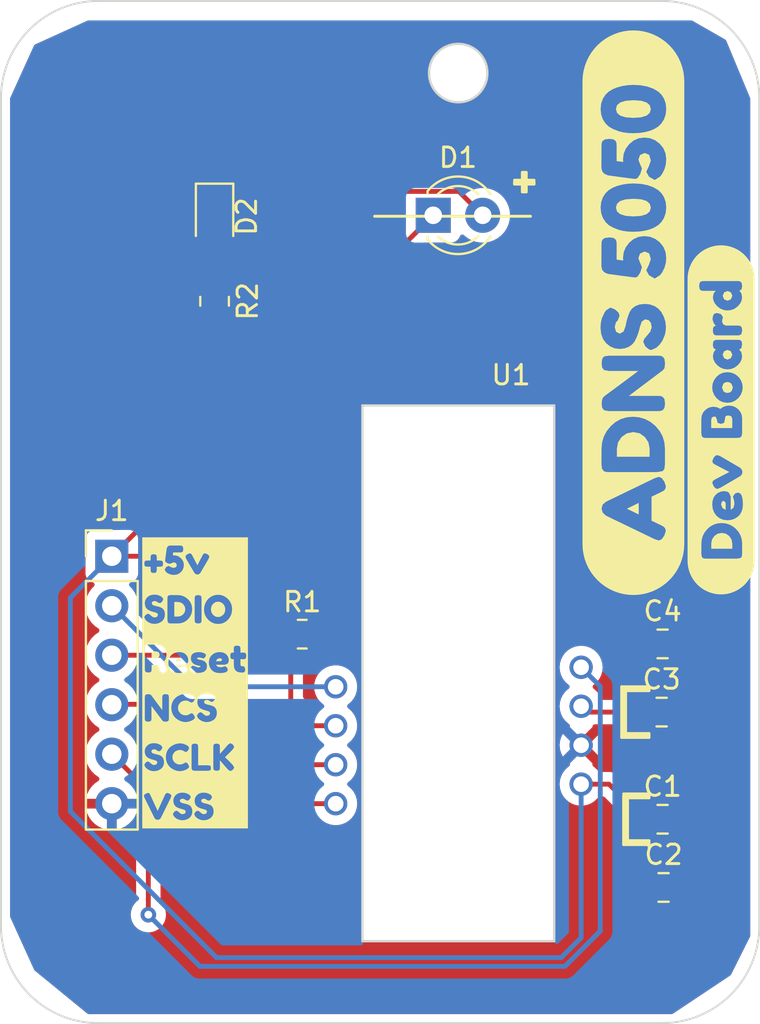
<source format=kicad_pcb>
(kicad_pcb (version 20221018) (generator pcbnew)
  (layers (0 "F.Cu" signal) (31 "B.Cu" signal) (34 "B.Paste" user) (35 "F.Paste" user) (36 "B.SilkS" user "B.Silkscreen") (37 "F.SilkS" user "F.Silkscreen") (38 "B.Mask" user) (39 "F.Mask" user) (44 "Edge.Cuts" user))
  (net 0 "")
  (net 1 "+5V")
  (net 2 "VSS")
  (net 3 "Net-(U1-REG0)")
  (net 4 "Net-(D1-K)")
  (net 5 "Net-(D2-A)")
  (net 6 "5050_SDIO")
  (net 7 "5050_Reset")
  (net 8 "5050_NCS")
  (net 9 "5050_SCLK")
  (footprint "kibuzzard-65722FB8" (layer "F.Cu") (at 140.5 97)
    (fp_text reference "kibuzzard-65722FB8" hide)
    (fp_text value "G***" hide)
  )
  (footprint "Connector_PinHeader_2.54mm:PinHeader_1x06_P2.54mm_Vertical" (layer "F.Cu") (at 136.225 90.5)
    (fp_text reference "J1" (at 0 -2.33) (layer "F.SilkS"))
    (fp_text value "Conn_01x06")
    (pad "1" thru_hole rect (at 0 0) (size 1.7 1.7) (drill 1) (layers "*.Cu" "*.Mask") (net 1 "+5V"))
    (pad "2" thru_hole oval (at 0 2.54) (size 1.7 1.7) (drill 1) (layers "*.Cu" "*.Mask") (net 6 "5050_SDIO"))
    (pad "3" thru_hole oval (at 0 5.08) (size 1.7 1.7) (drill 1) (layers "*.Cu" "*.Mask") (net 7 "5050_Reset"))
    (pad "4" thru_hole oval (at 0 7.62) (size 1.7 1.7) (drill 1) (layers "*.Cu" "*.Mask") (net 8 "5050_NCS"))
    (pad "5" thru_hole oval (at 0 10.16) (size 1.7 1.7) (drill 1) (layers "*.Cu" "*.Mask") (net 9 "5050_SCLK"))
    (pad "6" thru_hole oval (at 0 12.7) (size 1.7 1.7) (drill 1) (layers "*.Cu" "*.Mask") (net 2 "VSS"))
  )
  (footprint "kibuzzard-65722F43" (layer "F.Cu") (at 163 78 90)
    (fp_text reference "kibuzzard-65722F43" hide)
    (fp_text value "G***" hide)
  )
  (footprint "Capacitor_SMD:C_0805_2012Metric" (layer "F.Cu") (at 164.45 98.5)
    (fp_text reference "C3" (at 0 -1.68) (layer "F.SilkS"))
    (fp_text value "3.3uF")
    (pad "1" smd roundrect (at -0.95 0) (size 1 1.45) (layers "F.Cu" "F.Paste" "F.Mask") (net 3 "Net-(U1-REG0)"))
    (pad "2" smd roundrect (at 0.95 0) (size 1 1.45) (layers "F.Cu" "F.Paste" "F.Mask") (net 2 "VSS"))
  )
  (footprint "Resistor_SMD:R_0805_2012Metric" (layer "F.Cu") (at 141.5 77.4125 90)
    (fp_text reference "R2" (at 0 1.7 90) (layer "F.SilkS"))
    (fp_text value "330")
    (pad "1" smd roundrect (at -0.9125 0 90) (size 1.025 1.4) (layers "F.Cu" "F.Paste" "F.Mask") (roundrect_rratio 0.243902439) (net 1 "+5V"))
    (pad "2" smd roundrect (at 0.9125 0 90) (size 1.025 1.4) (layers "F.Cu" "F.Paste" "F.Mask") (roundrect_rratio 0.243902439) (net 5 "Net-(D2-A)"))
  )
  (footprint "MouseSensor:ADNS-5050" (layer "F.Cu") (at 147.7175 97.2)
    (fp_text reference "U1" (at 9 -16 unlocked) (layer "F.SilkS"))
    (fp_text value "~")
    (fp_line (start 1.37 -14.44) (end 11.22 -14.44) (stroke (width 0.12)) (layer "Edge.Cuts"))
    (fp_line (start 1.37 13.06) (end 1.37 -14.44) (stroke (width 0.12)) (layer "Edge.Cuts"))
    (fp_line (start 1.37 13.06) (end 11.22 13.06) (stroke (width 0.12)) (layer "Edge.Cuts"))
    (fp_line (start 11.22 -14.44) (end 11.22 13.06) (stroke (width 0.12)) (layer "Edge.Cuts"))
    (fp_circle (center 6.29 -31.5) (end 7.79 -31.5) (stroke (width 0.12)) (fill none) (layer "Edge.Cuts"))
    (pad "1" thru_hole circle (at 0 0) (size 1.2 1.2) (drill 0.8) (layers "*.Cu" "*.Mask") (net 6 "5050_SDIO"))
    (pad "2" thru_hole circle (at 0 2) (size 1.2 1.2) (drill 0.8) (layers "*.Cu" "*.Mask") (net 4 "Net-(D1-K)"))
    (pad "3" thru_hole circle (at 0 4) (size 1.2 1.2) (drill 0.8) (layers "*.Cu" "*.Mask") (net 7 "5050_Reset"))
    (pad "4" thru_hole circle (at 0 6) (size 1.2 1.2) (drill 0.8) (layers "*.Cu" "*.Mask") (net 8 "5050_NCS"))
    (pad "5" thru_hole circle (at 12.6 5) (size 1.2 1.2) (drill 0.8) (layers "*.Cu" "*.Mask") (net 1 "+5V"))
    (pad "6" thru_hole circle (at 12.6 3) (size 1.2 1.2) (drill 0.8) (layers "*.Cu" "*.Mask") (net 2 "VSS"))
    (pad "7" thru_hole circle (at 12.6 1) (size 1.2 1.2) (drill 0.8) (layers "*.Cu" "*.Mask") (net 3 "Net-(U1-REG0)"))
    (pad "8" thru_hole circle (at 12.6 -1) (size 1.2 1.2) (drill 0.8) (layers "*.Cu" "*.Mask") (net 9 "5050_SCLK"))
  )
  (footprint "Capacitor_SMD:C_0805_2012Metric" (layer "F.Cu") (at 164.5 104)
    (fp_text reference "C1" (at 0 -1.68) (layer "F.SilkS"))
    (fp_text value "4.7uF")
    (pad "1" smd roundrect (at -0.95 0) (size 1 1.45) (layers "F.Cu" "F.Paste" "F.Mask") (net 1 "+5V"))
    (pad "2" smd roundrect (at 0.95 0) (size 1 1.45) (layers "F.Cu" "F.Paste" "F.Mask") (net 2 "VSS"))
  )
  (footprint "LED_THT:LED_D3.0mm" (layer "F.Cu") (at 152.725 73)
    (fp_text reference "D1" (at 1.27 -2.96) (layer "F.SilkS"))
    (fp_text value "HLMP-EG3E\n")
    (pad "1" thru_hole rect (at 0 0) (size 1.8 1.8) (drill 0.9) (layers "*.Cu" "*.Mask") (net 4 "Net-(D1-K)"))
    (pad "2" thru_hole circle (at 2.54 0) (size 1.8 1.8) (drill 0.9) (layers "*.Cu" "*.Mask") (net 1 "+5V"))
  )
  (footprint "kibuzzard-65722F5A" (layer "F.Cu") (at 167.5 83.5 90)
    (fp_text reference "kibuzzard-65722F5A" hide)
    (fp_text value "G***" hide)
  )
  (footprint "LED_SMD:LED_0805_2012Metric" (layer "F.Cu") (at 141.5 73.0625 -90)
    (fp_text reference "D2" (at 0 -1.65 90) (layer "F.SilkS"))
    (fp_text value "LED_Small")
    (pad "1" smd roundrect (at -0.9375 0 270) (size 0.975 1.4) (layers "F.Cu" "F.Paste" "F.Mask") (net 2 "VSS"))
    (pad "2" smd roundrect (at 0.9375 0 270) (size 0.975 1.4) (layers "F.Cu" "F.Paste" "F.Mask") (net 5 "Net-(D2-A)"))
  )
  (footprint "Resistor_SMD:R_0805_2012Metric" (layer "F.Cu") (at 146 94.5)
    (fp_text reference "R1" (at 0 -1.65) (layer "F.SilkS"))
    (fp_text value "0.5k")
    (pad "1" smd roundrect (at -0.9125 0) (size 1.025 1.4) (layers "F.Cu" "F.Paste" "F.Mask") (roundrect_rratio 0.243902439) (net 1 "+5V"))
    (pad "2" smd roundrect (at 0.9125 0) (size 1.025 1.4) (layers "F.Cu" "F.Paste" "F.Mask") (roundrect_rratio 0.243902439) (net 4 "Net-(D1-K)"))
  )
  (footprint "Capacitor_SMD:C_0805_2012Metric" (layer "F.Cu") (at 164.5 95)
    (fp_text reference "C4" (at 0 -1.68) (layer "F.SilkS"))
    (fp_text value "100pF")
    (pad "1" smd roundrect (at -0.95 0) (size 1 1.45) (layers "F.Cu" "F.Paste" "F.Mask") (net 3 "Net-(U1-REG0)"))
    (pad "2" smd roundrect (at 0.95 0) (size 1 1.45) (layers "F.Cu" "F.Paste" "F.Mask") (net 2 "VSS"))
  )
  (footprint "Capacitor_SMD:C_0805_2012Metric" (layer "F.Cu") (at 164.55 107.5)
    (fp_text reference "C2" (at 0 -1.68) (layer "F.SilkS"))
    (fp_text value "100pF")
    (pad "1" smd roundrect (at -0.95 0) (size 1 1.45) (layers "F.Cu" "F.Paste" "F.Mask") (net 1 "+5V"))
    (pad "2" smd roundrect (at 0.95 0) (size 1 1.45) (layers "F.Cu" "F.Paste" "F.Mask") (net 2 "VSS"))
  )
  (gr_line (start 157.5 71.8) (end 157.5 70.8) (stroke (width 0.15)) (layer "F.SilkS"))
  (gr_line (start 157.3 71.3) (end 157.9 71.3) (stroke (width 0.15)) (layer "F.SilkS"))
  (gr_line (start 156.9 71.2) (end 157.9 71.2) (stroke (width 0.15)) (layer "F.SilkS"))
  (gr_line (start 162.6 105.2) (end 163.7 105.2) (stroke (width 0.15)) (layer "F.SilkS"))
  (gr_line (start 162.6 102.8) (end 162.6 105.2) (stroke (width 0.15)) (layer "F.SilkS"))
  (gr_line (start 163.8 97.2) (end 163.8 97.4) (stroke (width 0.15)) (layer "F.SilkS"))
  (gr_line (start 156.9 71.4) (end 156.9 71.3) (stroke (width 0.15)) (layer "F.SilkS"))
  (gr_line (start 162.6 97.4) (end 162.6 99.6) (stroke (width 0.15)) (layer "F.SilkS"))
  (gr_line (start 163.8 102.7) (end 163.8 102.9) (stroke (width 0.15)) (layer "F.SilkS"))
  (gr_line (start 162.7 102.9) (end 162.7 105.1) (stroke (width 0.15)) (layer "F.SilkS"))
  (gr_line (start 157.3 70.8) (end 157.3 71.8) (stroke (width 0.15)) (layer "F.SilkS"))
  (gr_line (start 163.7 105.2) (end 163.7 105.3) (stroke (width 0.15)) (layer "F.SilkS"))
  (gr_line (start 162.5 102.7) (end 163.8 102.7) (stroke (width 0.15)) (layer "F.SilkS"))
  (gr_line (start 163.7 105.3) (end 162.5 105.3) (stroke (width 0.15)) (layer "F.SilkS"))
  (gr_line (start 163.8 105.1) (end 163.8 105.4) (stroke (width 0.15)) (layer "F.SilkS"))
  (gr_line (start 163.8 97.4) (end 162.6 97.4) (stroke (width 0.15)) (layer "F.SilkS"))
  (gr_line (start 163.8 99.8) (end 162.4 99.8) (stroke (width 0.15)) (layer "F.SilkS"))
  (gr_line (start 163.8 102.8) (end 162.6 102.8) (stroke (width 0.15)) (layer "F.SilkS"))
  (gr_line (start 157.9 71.4) (end 156.9 71.4) (stroke (width 0.15)) (layer "F.SilkS"))
  (gr_line (start 162.7 105.1) (end 163.8 105.1) (stroke (width 0.15)) (layer "F.SilkS"))
  (gr_line (start 162.5 97.3) (end 162.5 99.7) (stroke (width 0.15)) (layer "F.SilkS"))
  (gr_line (start 157.3 71.8) (end 157.5 71.8) (stroke (width 0.15)) (layer "F.SilkS"))
  (gr_line (start 162.4 99.8) (end 162.4 97.2) (stroke (width 0.15)) (layer "F.SilkS"))
  (gr_line (start 157.5 70.8) (end 157.3 70.8) (stroke (width 0.15)) (layer "F.SilkS"))
  (gr_line (start 163.8 97.3) (end 162.5 97.3) (stroke (width 0.15)) (layer "F.SilkS"))
  (gr_line (start 162.4 97.2) (end 163.8 97.2) (stroke (width 0.15)) (layer "F.SilkS"))
  (gr_line (start 162.5 99.7) (end 163.8 99.7) (stroke (width 0.15)) (layer "F.SilkS"))
  (gr_line (start 156.9 71.3) (end 157.3 71.3) (stroke (width 0.15)) (layer "F.SilkS"))
  (gr_line (start 157.4 71.8) (end 157.4 70.8) (stroke (width 0.15)) (layer "F.SilkS"))
  (gr_line (start 157.9 71.3) (end 157.9 71.4) (stroke (width 0.15)) (layer "F.SilkS"))
  (gr_line (start 163.8 99.6) (end 163.8 99.8) (stroke (width 0.15)) (layer "F.SilkS"))
  (gr_line (start 162.6 99.6) (end 163.8 99.6) (stroke (width 0.15)) (layer "F.SilkS"))
  (gr_line (start 162.5 105.3) (end 162.5 102.8) (stroke (width 0.15)) (layer "F.SilkS"))
  (gr_line (start 163.8 102.9) (end 162.7 102.9) (stroke (width 0.15)) (layer "F.SilkS"))
  (gr_arc (start 135.535534 114.464466) (mid 132 113) (end 130.535534 109.464466) (stroke (width 0.1)) (layer "Edge.Cuts"))
  (gr_arc (start 169.464466 109.464466) (mid 168 113) (end 164.464466 114.464466) (stroke (width 0.1)) (layer "Edge.Cuts"))
  (gr_line (start 130.535534 67) (end 130.535534 109.464466) (stroke (width 0.1)) (layer "Edge.Cuts"))
  (gr_line (start 164.464466 62) (end 135.535534 62) (stroke (width 0.1)) (layer "Edge.Cuts"))
  (gr_line (start 135.535534 114.464466) (end 164.464466 114.464466) (stroke (width 0.1)) (layer "Edge.Cuts"))
  (gr_arc (start 164.464466 62) (mid 168 63.464466) (end 169.464466 67) (stroke (width 0.1)) (layer "Edge.Cuts"))
  (gr_line (start 169.464466 109.464466) (end 169.464466 67) (stroke (width 0.1)) (layer "Edge.Cuts"))
  (gr_arc (start 130.535534 67) (mid 132 63.464466) (end 135.535534 62) (stroke (width 0.1)) (layer "Edge.Cuts"))
  (segment (start 163.6 104.05) (end 163.55 104) (width 0.25) (layer "F.Cu") (net 1))
  (segment (start 163.6 107.5) (end 163.6 104.05) (width 0.25) (layer "F.Cu") (net 1))
  (segment (start 145.0875 94.5) (end 143.5875 94.5) (width 0.25) (layer "F.Cu") (net 1))
  (segment (start 154.04 71.775) (end 148.05 71.775) (width 0.25) (layer "F.Cu") (net 1))
  (segment (start 161.75 102.2) (end 160.3175 102.2) (width 0.25) (layer "F.Cu") (net 1))
  (segment (start 143.5875 94.5) (end 139.5875 90.5) (width 0.25) (layer "F.Cu") (net 1))
  (segment (start 163.55 104) (end 161.75 102.2) (width 0.25) (layer "F.Cu") (net 1))
  (segment (start 148.05 71.775) (end 141.5 78.325) (width 0.25) (layer "F.Cu") (net 1))
  (segment (start 136.225 90.5) (end 141.5 85.225) (width 0.25) (layer "F.Cu") (net 1))
  (segment (start 141.5 85.225) (end 141.5 78.325) (width 0.25) (layer "F.Cu") (net 1))
  (segment (start 139.5875 90.5) (end 136.225 90.5) (width 0.25) (layer "F.Cu") (net 1))
  (segment (start 155.265 73) (end 154.04 71.775) (width 0.25) (layer "F.Cu") (net 1))
  (segment (start 141.6 111.1) (end 159.3 111.1) (width 0.25) (layer "B.Cu") (net 1))
  (segment (start 159.3 111.1) (end 160.3175 110.0825) (width 0.25) (layer "B.Cu") (net 1))
  (segment (start 134.1 103.6) (end 141.6 111.1) (width 0.25) (layer "B.Cu") (net 1))
  (segment (start 160.3175 110.0825) (end 160.3175 102.2) (width 0.25) (layer "B.Cu") (net 1))
  (segment (start 134.1 92.625) (end 134.1 103.6) (width 0.25) (layer "B.Cu") (net 1))
  (segment (start 136.225 90.5) (end 134.1 92.625) (width 0.25) (layer "B.Cu") (net 1))
  (segment (start 160.6175 98.5) (end 160.3175 98.2) (width 0.25) (layer "F.Cu") (net 3))
  (segment (start 163.55 95) (end 163.55 98.45) (width 0.25) (layer "F.Cu") (net 3))
  (segment (start 163.5 98.5) (end 160.6175 98.5) (width 0.25) (layer "F.Cu") (net 3))
  (segment (start 163.55 98.45) (end 163.5 98.5) (width 0.25) (layer "F.Cu") (net 3))
  (segment (start 146.9125 94.5) (end 146.5 94.0875) (width 0.25) (layer "F.Cu") (net 4))
  (segment (start 145.4125 98.0125) (end 146.6 99.2) (width 0.25) (layer "F.Cu") (net 4))
  (segment (start 145.4125 96) (end 145.4125 98.0125) (width 0.25) (layer "F.Cu") (net 4))
  (segment (start 146.6 99.2) (end 147.7175 99.2) (width 0.25) (layer "F.Cu") (net 4))
  (segment (start 146.9125 94.5) (end 145.4125 96) (width 0.25) (layer "F.Cu") (net 4))
  (segment (start 146.5 94.0875) (end 146.5 79.225) (width 0.25) (layer "F.Cu") (net 4))
  (segment (start 146.5 79.225) (end 152.725 73) (width 0.25) (layer "F.Cu") (net 4))
  (segment (start 141.5 76.5) (end 141.5 74) (width 0.25) (layer "F.Cu") (net 5))
  (segment (start 140.385 97.2) (end 136.225 93.04) (width 0.25) (layer "B.Cu") (net 6))
  (segment (start 147.7175 97.2) (end 140.385 97.2) (width 0.25) (layer "B.Cu") (net 6))
  (segment (start 140.38 95.58) (end 136.225 95.58) (width 0.25) (layer "F.Cu") (net 7))
  (segment (start 147.7175 101.2) (end 146 101.2) (width 0.25) (layer "F.Cu") (net 7))
  (segment (start 146 101.2) (end 140.38 95.58) (width 0.25) (layer "F.Cu") (net 7))
  (segment (start 136.245 98.1) (end 136.225 98.12) (width 0.25) (layer "F.Cu") (net 8))
  (segment (start 147.7175 103.2) (end 145.4 103.2) (width 0.25) (layer "F.Cu") (net 8))
  (segment (start 145.4 103.2) (end 140.3 98.1) (width 0.25) (layer "F.Cu") (net 8))
  (segment (start 140.3 98.1) (end 136.245 98.1) (width 0.25) (layer "F.Cu") (net 8))
  (segment (start 138.1 108.9) (end 138.1 102.535) (width 0.25) (layer "F.Cu") (net 9))
  (segment (start 138.1 102.535) (end 136.225 100.66) (width 0.25) (layer "F.Cu") (net 9))
  (via (at 138.1 108.9) (size 0.8) (drill 0.4) (layers "F.Cu" "B.Cu") (net 9))
  (segment (start 161.3 97.1825) (end 161.3 109.736396) (width 0.25) (layer "B.Cu") (net 9))
  (segment (start 160.3175 96.2) (end 161.3 97.1825) (width 0.25) (layer "B.Cu") (net 9))
  (segment (start 140.75 111.55) (end 138.1 108.9) (width 0.25) (layer "B.Cu") (net 9))
  (segment (start 161.3 109.736396) (end 159.486396 111.55) (width 0.25) (layer "B.Cu") (net 9))
  (segment (start 159.486396 111.55) (end 140.75 111.55) (width 0.25) (layer "B.Cu") (net 9))
  (zone (net 2) (net_name "VSS") (layers "F&B.Cu") (connect_pads (clearance 0.5)) (min_thickness 0.25) (fill yes (thermal_gap 0.5) (thermal_bridge_width 0.5))
    (polygon (pts (xy 131 67) (xy 132.25 64.25) (xy 135 63) (xy 166 63) (xy 167.75 64) (xy 169 67) (xy 169 110) (xy 168 112) (xy 165 114) (xy 135 114) (xy 132.25 111.75) (xy 131 109)))
  )
)
</source>
